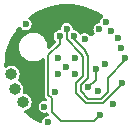
<source format=gbr>
%TF.GenerationSoftware,KiCad,Pcbnew,8.0.5-8.0.5-0~ubuntu24.04.1*%
%TF.CreationDate,2024-09-15T15:23:13-06:00*%
%TF.ProjectId,DRV8311 on motor driver,44525638-3331-4312-906f-6e206d6f746f,rev?*%
%TF.SameCoordinates,Original*%
%TF.FileFunction,Copper,L3,Inr*%
%TF.FilePolarity,Positive*%
%FSLAX46Y46*%
G04 Gerber Fmt 4.6, Leading zero omitted, Abs format (unit mm)*
G04 Created by KiCad (PCBNEW 8.0.5-8.0.5-0~ubuntu24.04.1) date 2024-09-15 15:23:13*
%MOMM*%
%LPD*%
G01*
G04 APERTURE LIST*
%TA.AperFunction,ComponentPad*%
%ADD10O,1.000000X1.000000*%
%TD*%
%TA.AperFunction,ComponentPad*%
%ADD11C,0.600000*%
%TD*%
%TA.AperFunction,ViaPad*%
%ADD12C,0.600000*%
%TD*%
%TA.AperFunction,Conductor*%
%ADD13C,0.200000*%
%TD*%
G04 APERTURE END LIST*
D10*
%TO.N,Net-(J3-Pin_1)*%
%TO.C,J3*%
X167600000Y-103450000D03*
%TD*%
D11*
%TO.N,GND*%
%TO.C,U1*%
X171950001Y-99719998D03*
X170549999Y-99719998D03*
X171250000Y-100445399D03*
X171950001Y-101120000D03*
X170549999Y-101120000D03*
%TD*%
D10*
%TO.N,Net-(J1-Pin_1)*%
%TO.C,J1*%
X166900000Y-102350000D03*
%TD*%
%TO.N,Net-(J2-Pin_1)*%
%TO.C,J2*%
X166600000Y-101100000D03*
%TD*%
D12*
%TO.N,+3.3V*%
X172799751Y-98147108D03*
X173116373Y-102216373D03*
X173769874Y-100675546D03*
%TO.N,GND*%
X167804580Y-96860461D03*
X175850000Y-98850000D03*
X175650000Y-98050000D03*
X174600000Y-96700000D03*
X169705640Y-105174954D03*
X174050000Y-97300000D03*
X173908365Y-102555608D03*
X175050000Y-97400000D03*
%TO.N,VDD*%
X170000000Y-96050000D03*
X169475248Y-96675624D03*
X166650000Y-98850000D03*
X167400000Y-99900000D03*
X166600000Y-99850000D03*
X171319090Y-95950000D03*
%TO.N,Net-(U1-SLEEP_N)*%
X174543328Y-100249977D03*
X169400000Y-103860612D03*
%TO.N,Net-(U1-SOA)*%
X170673748Y-97893002D03*
X174140084Y-104551384D03*
%TO.N,Net-(U1-SOB)*%
X171268000Y-97258800D03*
X175996140Y-101831754D03*
%TO.N,Net-(U1-SOC)*%
X171879907Y-97871564D03*
X176247018Y-99719598D03*
%TO.N,Net-(U1-INHB)*%
X170327877Y-102597695D03*
X175172494Y-103594849D03*
%TD*%
D13*
%TO.N,+3.3V*%
X173769874Y-100675546D02*
X173723125Y-100675546D01*
X173116373Y-102216373D02*
X173769874Y-101562872D01*
X173769874Y-101562872D02*
X173769874Y-100722295D01*
%TO.N,Net-(U1-SOA)*%
X170756647Y-105057472D02*
X170000000Y-104300825D01*
X170000000Y-104300825D02*
X170000000Y-103118347D01*
X169720290Y-102838637D02*
X169720290Y-99479710D01*
X170673748Y-98526252D02*
X170673748Y-97893002D01*
X173633996Y-105057472D02*
X170756647Y-105057472D01*
X170000000Y-103118347D02*
X169720290Y-102838637D01*
X169720290Y-99479710D02*
X170673748Y-98526252D01*
X174140084Y-104551384D02*
X173633996Y-105057472D01*
%TO.N,Net-(U1-SOB)*%
X172100000Y-101818530D02*
X172100000Y-102703925D01*
X172518387Y-99368387D02*
X172655421Y-99615276D01*
X171268000Y-97258800D02*
X171273748Y-97264548D01*
X172518387Y-99358573D02*
X172518387Y-99368387D01*
X171273748Y-97264548D02*
X171273748Y-98113934D01*
X172100000Y-102703925D02*
X172954973Y-103558898D01*
X175996140Y-101903860D02*
X175996140Y-101831754D01*
X172655421Y-101263109D02*
X172100000Y-101818530D01*
X174341102Y-103558898D02*
X175996140Y-101903860D01*
X172655421Y-99615276D02*
X172655421Y-101263109D01*
X171273748Y-98113934D02*
X172518387Y-99358573D01*
X172954973Y-103558898D02*
X174341102Y-103558898D01*
%TO.N,Net-(U1-SOC)*%
X172500000Y-101984216D02*
X173075496Y-101408720D01*
X174175416Y-103158898D02*
X173120659Y-103158898D01*
X173075496Y-101408720D02*
X173075496Y-99547876D01*
X172946946Y-99316273D02*
X172867647Y-99063531D01*
X176247018Y-99719598D02*
X176247018Y-99902982D01*
X172867647Y-99063531D02*
X171879907Y-98075791D01*
X174750000Y-101400000D02*
X174750000Y-102584314D01*
X174750000Y-102584314D02*
X174175416Y-103158898D01*
X172500000Y-102538239D02*
X172500000Y-101984216D01*
X171879907Y-98075791D02*
X171879907Y-97871564D01*
X173120659Y-103158898D02*
X172500000Y-102538239D01*
X173075496Y-99547876D02*
X172946946Y-99316273D01*
X176247018Y-99902982D02*
X174750000Y-101400000D01*
%TD*%
%TA.AperFunction,Conductor*%
%TO.N,VDD*%
G36*
X171755974Y-95156870D02*
G01*
X171766709Y-95157810D01*
X172214360Y-95216744D01*
X172224998Y-95218619D01*
X172665818Y-95316347D01*
X172676244Y-95319141D01*
X173106868Y-95454916D01*
X173117003Y-95458605D01*
X173534150Y-95631394D01*
X173543942Y-95635960D01*
X173944443Y-95844447D01*
X173953783Y-95849840D01*
X174314289Y-96079508D01*
X174360252Y-96132129D01*
X174370470Y-96201247D01*
X174341697Y-96264918D01*
X174314704Y-96288402D01*
X174268873Y-96317856D01*
X174174623Y-96426626D01*
X174174622Y-96426628D01*
X174114834Y-96557543D01*
X174095338Y-96693147D01*
X174066313Y-96756703D01*
X174007535Y-96794477D01*
X173986705Y-96797471D01*
X173986816Y-96798238D01*
X173978036Y-96799500D01*
X173839949Y-96840045D01*
X173718873Y-96917856D01*
X173624623Y-97026626D01*
X173624622Y-97026628D01*
X173564834Y-97157543D01*
X173544353Y-97300000D01*
X173564834Y-97442456D01*
X173628307Y-97581440D01*
X173625307Y-97582809D01*
X173640464Y-97634440D01*
X173620775Y-97701478D01*
X173581741Y-97739859D01*
X173423446Y-97837870D01*
X173423436Y-97837877D01*
X173389261Y-97869032D01*
X173326456Y-97899649D01*
X173257069Y-97891450D01*
X173212011Y-97858597D01*
X173194056Y-97837876D01*
X173130879Y-97764965D01*
X173009804Y-97687155D01*
X173009802Y-97687154D01*
X173009800Y-97687153D01*
X173009801Y-97687153D01*
X172871714Y-97646608D01*
X172871712Y-97646608D01*
X172727790Y-97646608D01*
X172727787Y-97646608D01*
X172589700Y-97687153D01*
X172521613Y-97730910D01*
X172454573Y-97750594D01*
X172387534Y-97730909D01*
X172341780Y-97678105D01*
X172305286Y-97598194D01*
X172305283Y-97598190D01*
X172211035Y-97489421D01*
X172089960Y-97411611D01*
X172089958Y-97411610D01*
X172089956Y-97411609D01*
X172089957Y-97411609D01*
X171951870Y-97371064D01*
X171951868Y-97371064D01*
X171897235Y-97371064D01*
X171830196Y-97351379D01*
X171784441Y-97298575D01*
X171774497Y-97264711D01*
X171753165Y-97116343D01*
X171735275Y-97077170D01*
X171693377Y-96985427D01*
X171599128Y-96876657D01*
X171478053Y-96798847D01*
X171478051Y-96798846D01*
X171478049Y-96798845D01*
X171478050Y-96798845D01*
X171339963Y-96758300D01*
X171339961Y-96758300D01*
X171196039Y-96758300D01*
X171196036Y-96758300D01*
X171057949Y-96798845D01*
X170936873Y-96876656D01*
X170842623Y-96985426D01*
X170842622Y-96985428D01*
X170782834Y-97116343D01*
X170762353Y-97258800D01*
X170762353Y-97267669D01*
X170758788Y-97267669D01*
X170751281Y-97319983D01*
X170705541Y-97372799D01*
X170638507Y-97392502D01*
X170601784Y-97392502D01*
X170463697Y-97433047D01*
X170342621Y-97510858D01*
X170248371Y-97619628D01*
X170248370Y-97619630D01*
X170188582Y-97750545D01*
X170168101Y-97893002D01*
X170188582Y-98035458D01*
X170208776Y-98079675D01*
X170248371Y-98166375D01*
X170340027Y-98272152D01*
X170369051Y-98335706D01*
X170359107Y-98404864D01*
X170333994Y-98441034D01*
X169865864Y-98909163D01*
X169804541Y-98942648D01*
X169734849Y-98937664D01*
X169678916Y-98895792D01*
X169654499Y-98830328D01*
X169654711Y-98810048D01*
X169655643Y-98800000D01*
X169635115Y-98578464D01*
X169574229Y-98364472D01*
X169574224Y-98364461D01*
X169475061Y-98165316D01*
X169475056Y-98165308D01*
X169340979Y-97987761D01*
X169176562Y-97837876D01*
X169176560Y-97837874D01*
X168987404Y-97720754D01*
X168987398Y-97720752D01*
X168779940Y-97640382D01*
X168561243Y-97599500D01*
X168338757Y-97599500D01*
X168120060Y-97640382D01*
X168034901Y-97673373D01*
X167912601Y-97720752D01*
X167912595Y-97720754D01*
X167723439Y-97837874D01*
X167723437Y-97837876D01*
X167559020Y-97987761D01*
X167424943Y-98165308D01*
X167424938Y-98165316D01*
X167325775Y-98364461D01*
X167325769Y-98364476D01*
X167264885Y-98578462D01*
X167264884Y-98578464D01*
X167244357Y-98799999D01*
X167244357Y-98800000D01*
X167264884Y-99021535D01*
X167264885Y-99021537D01*
X167325769Y-99235523D01*
X167325775Y-99235538D01*
X167424938Y-99434683D01*
X167424943Y-99434691D01*
X167559020Y-99612238D01*
X167723437Y-99762123D01*
X167723439Y-99762125D01*
X167912595Y-99879245D01*
X167912596Y-99879245D01*
X167912599Y-99879247D01*
X168120060Y-99959618D01*
X168338757Y-100000500D01*
X168338759Y-100000500D01*
X168561241Y-100000500D01*
X168561243Y-100000500D01*
X168779940Y-99959618D01*
X168987401Y-99879247D01*
X169176562Y-99762124D01*
X169212251Y-99729588D01*
X169275055Y-99698971D01*
X169344442Y-99707168D01*
X169398382Y-99751577D01*
X169419751Y-99818099D01*
X169419790Y-99821225D01*
X169419790Y-102878199D01*
X169433442Y-102929150D01*
X169440269Y-102954627D01*
X169441794Y-102957268D01*
X169467827Y-103002358D01*
X169467828Y-103002359D01*
X169479829Y-103023147D01*
X169616603Y-103159921D01*
X169650088Y-103221244D01*
X169645104Y-103290936D01*
X169603232Y-103346869D01*
X169537768Y-103371286D01*
X169493988Y-103366579D01*
X169471963Y-103360112D01*
X169471961Y-103360112D01*
X169328039Y-103360112D01*
X169328036Y-103360112D01*
X169189949Y-103400657D01*
X169068873Y-103478468D01*
X168974623Y-103587238D01*
X168974622Y-103587240D01*
X168914834Y-103718155D01*
X168894353Y-103860612D01*
X168914834Y-104003068D01*
X168955189Y-104091431D01*
X168974623Y-104133985D01*
X169068872Y-104242755D01*
X169189947Y-104320565D01*
X169189950Y-104320566D01*
X169189949Y-104320566D01*
X169328036Y-104361111D01*
X169328038Y-104361112D01*
X169328039Y-104361112D01*
X169471961Y-104361112D01*
X169566211Y-104333438D01*
X169636078Y-104333438D01*
X169694857Y-104371212D01*
X169715398Y-104409916D01*
X169716870Y-104409307D01*
X169719980Y-104416816D01*
X169761340Y-104488454D01*
X169777813Y-104556355D01*
X169754960Y-104622381D01*
X169700039Y-104665572D01*
X169653953Y-104674454D01*
X169633676Y-104674454D01*
X169495589Y-104714999D01*
X169374513Y-104792810D01*
X169280263Y-104901580D01*
X169280262Y-104901582D01*
X169220474Y-105032497D01*
X169206494Y-105129734D01*
X169177469Y-105193290D01*
X169118690Y-105231064D01*
X169048821Y-105231064D01*
X169026499Y-105222076D01*
X169007497Y-105212184D01*
X168654520Y-105028436D01*
X168645165Y-105023035D01*
X168283787Y-104792811D01*
X168264380Y-104780447D01*
X168255519Y-104774243D01*
X167897317Y-104499386D01*
X167889037Y-104492439D01*
X167722430Y-104339771D01*
X167686304Y-104279968D01*
X167688244Y-104210125D01*
X167727636Y-104152418D01*
X167776530Y-104127953D01*
X167850225Y-104109790D01*
X168000849Y-104030736D01*
X168000850Y-104030734D01*
X168000852Y-104030734D01*
X168128183Y-103917929D01*
X168224818Y-103777930D01*
X168285140Y-103618872D01*
X168305645Y-103450000D01*
X168285140Y-103281128D01*
X168282858Y-103275112D01*
X168224817Y-103122068D01*
X168161042Y-103029675D01*
X168128183Y-102982071D01*
X168033316Y-102898026D01*
X168000849Y-102869263D01*
X167850226Y-102790210D01*
X167685056Y-102749500D01*
X167677319Y-102749500D01*
X167610280Y-102729815D01*
X167564525Y-102677011D01*
X167554581Y-102607853D01*
X167561375Y-102581534D01*
X167585140Y-102518872D01*
X167605645Y-102350000D01*
X167585140Y-102181128D01*
X167567271Y-102134012D01*
X167547467Y-102081791D01*
X167524818Y-102022070D01*
X167515948Y-102009220D01*
X167443246Y-101903894D01*
X167428183Y-101882071D01*
X167324995Y-101790655D01*
X167300849Y-101769263D01*
X167196020Y-101714245D01*
X167145808Y-101665661D01*
X167129833Y-101597642D01*
X167151594Y-101534011D01*
X167224818Y-101427930D01*
X167285140Y-101268872D01*
X167305645Y-101100000D01*
X167285140Y-100931128D01*
X167272698Y-100898322D01*
X167239301Y-100810260D01*
X167224818Y-100772070D01*
X167214802Y-100757560D01*
X167187715Y-100718317D01*
X167128183Y-100632071D01*
X167005462Y-100523350D01*
X167000849Y-100519263D01*
X166850226Y-100440210D01*
X166685056Y-100399500D01*
X166514944Y-100399500D01*
X166349773Y-100440210D01*
X166199147Y-100519265D01*
X166195251Y-100521955D01*
X166128895Y-100543833D01*
X166061245Y-100526363D01*
X166013778Y-100475092D01*
X166000936Y-100414491D01*
X166001336Y-100405325D01*
X166019908Y-99979941D01*
X166020848Y-99969210D01*
X166079782Y-99521553D01*
X166081656Y-99510923D01*
X166179386Y-99070094D01*
X166182177Y-99059679D01*
X166317956Y-98629042D01*
X166321640Y-98618921D01*
X166494435Y-98201758D01*
X166498993Y-98191984D01*
X166707490Y-97791464D01*
X166712872Y-97782143D01*
X166955476Y-97401332D01*
X166961667Y-97392489D01*
X167172005Y-97118370D01*
X167228431Y-97077170D01*
X167298177Y-97073015D01*
X167359097Y-97107227D01*
X167374693Y-97126817D01*
X167379201Y-97133832D01*
X167379203Y-97133834D01*
X167473452Y-97242604D01*
X167594527Y-97320414D01*
X167594530Y-97320415D01*
X167594529Y-97320415D01*
X167732616Y-97360960D01*
X167732618Y-97360961D01*
X167732619Y-97360961D01*
X167876542Y-97360961D01*
X167876542Y-97360960D01*
X168014633Y-97320414D01*
X168135708Y-97242604D01*
X168229957Y-97133834D01*
X168289745Y-97002918D01*
X168310227Y-96860461D01*
X168289745Y-96718004D01*
X168229957Y-96587088D01*
X168135708Y-96478318D01*
X168079979Y-96442503D01*
X168034225Y-96389700D01*
X168024281Y-96320541D01*
X168053306Y-96256985D01*
X168071526Y-96239818D01*
X168255527Y-96098629D01*
X168264370Y-96092438D01*
X168645181Y-95849834D01*
X168654502Y-95844452D01*
X169055022Y-95635955D01*
X169064796Y-95631397D01*
X169481959Y-95458602D01*
X169492080Y-95454918D01*
X169922717Y-95319139D01*
X169933132Y-95316348D01*
X170373961Y-95218618D01*
X170384591Y-95216744D01*
X170832248Y-95157810D01*
X170842979Y-95156870D01*
X171294073Y-95137176D01*
X171304883Y-95137176D01*
X171755974Y-95156870D01*
G37*
%TD.AperFunction*%
%TD*%
M02*

</source>
